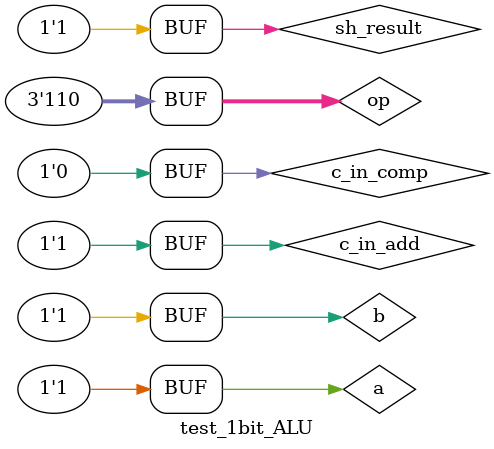
<source format=v>
`timescale 1ns / 1ps


module test_1bit_ALU;

	// Inputs
	reg a;
	reg b;
	reg sh_result;
	reg c_in_add;
	reg c_in_comp;
	reg [2:0] op;

	// Outputs
	wire result;
	wire c_out_add;
	wire c_out_comp;

	// Instantiate the Unit Under Test (UUT)
	One_Bit_ALU uut (
		.result(result), 
		.c_out_add(c_out_add), 
		.c_out_comp(c_out_comp), 
		.a(a), 
		.b(b), 
		.sh_result(sh_result), 
		.c_in_add(c_in_add), 
		.c_in_comp(c_in_comp), 
		.op(op)
	);

	initial begin
		// Initialize Inputs
		a = 0;
		b = 1;
		sh_result = 1;
		c_in_add = 0;
		c_in_comp = 0;
		op = 0;

		// Wait 100 ns for global reset to finish
		#100;
		
		op = 1;
        
		#100; 
		op = 2;
		
		#100;
		op = 3;
		
		#100;
		op = 4;
		
		#100;
		op = 5;
		
		#100;
		op = 6;
		
		#100;
		a = 1;
		#100;
		c_in_add = 1;
		
		
	end
      
endmodule


</source>
